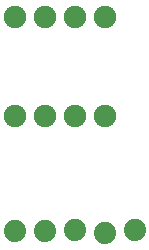
<source format=gbl>
G75*
%MOIN*%
%OFA0B0*%
%FSLAX25Y25*%
%IPPOS*%
%LPD*%
%AMOC8*
5,1,8,0,0,1.08239X$1,22.5*
%
%ADD10C,0.07500*%
%ADD11C,0.07400*%
D10*
X0016500Y0054000D03*
X0026500Y0054000D03*
X0036500Y0054000D03*
X0046500Y0054000D03*
X0046500Y0087000D03*
X0036500Y0087000D03*
X0026500Y0087000D03*
X0016500Y0087000D03*
D11*
X0016500Y0015500D03*
X0026500Y0015500D03*
X0036500Y0016000D03*
X0046500Y0015000D03*
X0056500Y0016000D03*
M02*

</source>
